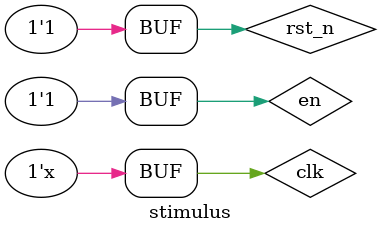
<source format=v>
`timescale 1ns/1ps
module stimulus;
    reg clk;
    reg rst_n;
    reg en;
    wire [7:0] hour;
    wire [7:0] min;
    wire [7:0] sec;

    initial begin
        clk = 1'b0;
        rst_n = 1'b0;
        en = 1'b0;
    end

    always
        #5 clk = ~clk;

    initial begin
        #8 rst_n = 1'b1;
        #7 en = 1'b1;

    end
    
    digital_clock_counter_sar eg4(clk, rst_n, en, hour, min, sec);

endmodule
</source>
